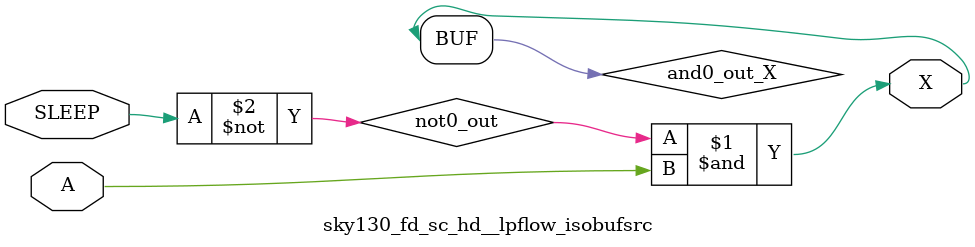
<source format=v>
module sky130_fd_sc_hd__lpflow_isobufsrc (
    X    ,
    SLEEP,
    A
);
    output X    ;
    input  SLEEP;
    input  A    ;
    wire not0_out  ;
    wire and0_out_X;
    not not0 (not0_out  , SLEEP          );
    and and0 (and0_out_X, not0_out, A    );
    buf buf0 (X         , and0_out_X     );
endmodule
</source>
